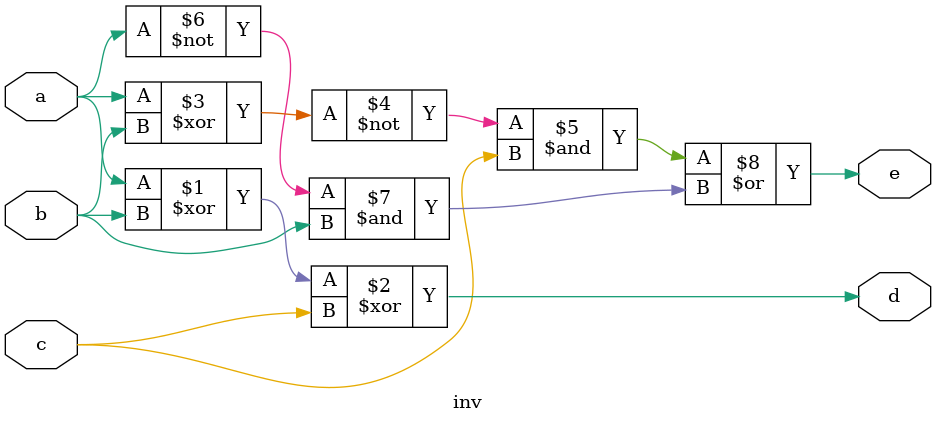
<source format=v>
`timescale 1ns / 1ps


module inv(
    input a, b, c,
    output d, e
    );
    assign d = a^b^c;
    assign e = ((~(a^b))&c) | ((~a)&b);
endmodule

</source>
